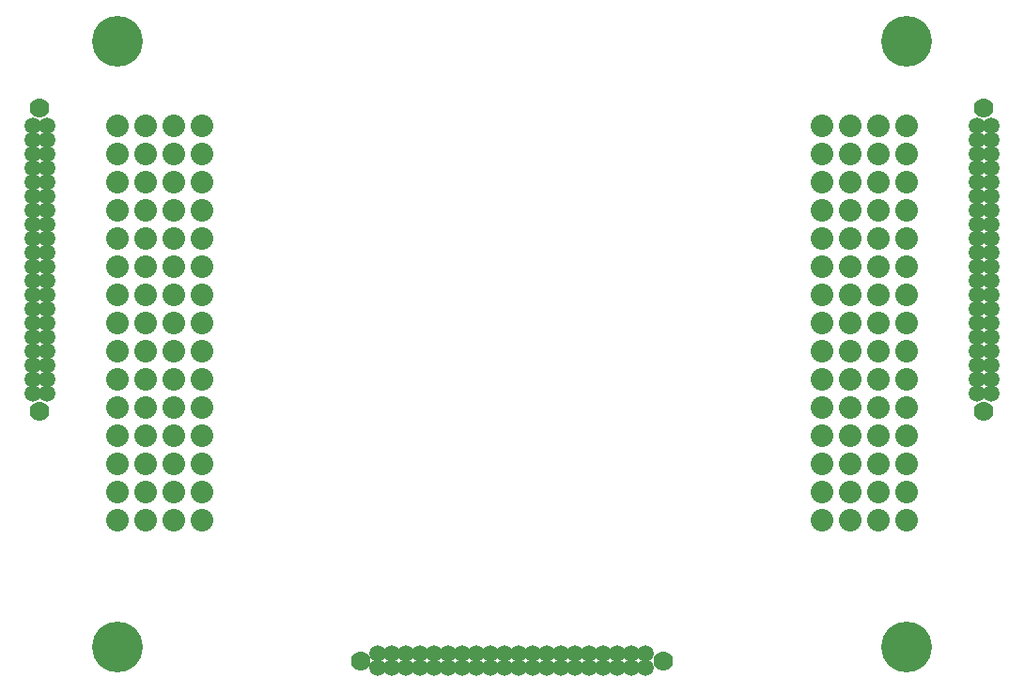
<source format=gts>
G04 (created by PCBNEW (2013-03-31 BZR 4008)-stable) date 11/07/2013 1:56:24 PM*
%MOIN*%
G04 Gerber Fmt 3.4, Leading zero omitted, Abs format*
%FSLAX34Y34*%
G01*
G70*
G90*
G04 APERTURE LIST*
%ADD10C,2.3622e-006*%
%ADD11C,0.18*%
%ADD12C,0.07*%
%ADD13C,0.0594*%
%ADD14C,0.08*%
G04 APERTURE END LIST*
G54D10*
G54D11*
X16000Y-35500D03*
X44000Y-35500D03*
X16000Y-14000D03*
X44000Y-14000D03*
G54D12*
X13250Y-27125D03*
X13250Y-16375D03*
G54D13*
X13500Y-26000D03*
X13500Y-26500D03*
X13000Y-26500D03*
X13000Y-26000D03*
X13000Y-24500D03*
X13000Y-24000D03*
X13000Y-25000D03*
X13000Y-25500D03*
X13500Y-25500D03*
X13500Y-25000D03*
X13500Y-24000D03*
X13500Y-24500D03*
X13000Y-19000D03*
X13000Y-18500D03*
X13000Y-17500D03*
X13000Y-18000D03*
X13500Y-18000D03*
X13500Y-17500D03*
X13500Y-18500D03*
X13500Y-19000D03*
X13500Y-17000D03*
X13000Y-17000D03*
X13000Y-19500D03*
X13500Y-19500D03*
X13500Y-22500D03*
X13500Y-22000D03*
X13500Y-23000D03*
X13500Y-23500D03*
X13500Y-21500D03*
X13500Y-21000D03*
X13500Y-20000D03*
X13500Y-20500D03*
X13000Y-20500D03*
X13000Y-20000D03*
X13000Y-21000D03*
X13000Y-21500D03*
X13000Y-23500D03*
X13000Y-23000D03*
X13000Y-22000D03*
X13000Y-22500D03*
G54D12*
X46750Y-16375D03*
X46750Y-27125D03*
G54D13*
X46500Y-17500D03*
X46500Y-17000D03*
X47000Y-17000D03*
X47000Y-17500D03*
X47000Y-19000D03*
X47000Y-19500D03*
X47000Y-18500D03*
X47000Y-18000D03*
X46500Y-18000D03*
X46500Y-18500D03*
X46500Y-19500D03*
X46500Y-19000D03*
X47000Y-24500D03*
X47000Y-25000D03*
X47000Y-26000D03*
X47000Y-25500D03*
X46500Y-25500D03*
X46500Y-26000D03*
X46500Y-25000D03*
X46500Y-24500D03*
X46500Y-26500D03*
X47000Y-26500D03*
X47000Y-24000D03*
X46500Y-24000D03*
X46500Y-21000D03*
X46500Y-21500D03*
X46500Y-20500D03*
X46500Y-20000D03*
X46500Y-22000D03*
X46500Y-22500D03*
X46500Y-23500D03*
X46500Y-23000D03*
X47000Y-23000D03*
X47000Y-23500D03*
X47000Y-22500D03*
X47000Y-22000D03*
X47000Y-20000D03*
X47000Y-20500D03*
X47000Y-21500D03*
X47000Y-21000D03*
G54D12*
X35375Y-36000D03*
X24625Y-36000D03*
G54D13*
X34250Y-35750D03*
X34750Y-35750D03*
X34750Y-36250D03*
X34250Y-36250D03*
X32750Y-36250D03*
X32250Y-36250D03*
X33250Y-36250D03*
X33750Y-36250D03*
X33750Y-35750D03*
X33250Y-35750D03*
X32250Y-35750D03*
X32750Y-35750D03*
X27250Y-36250D03*
X26750Y-36250D03*
X25750Y-36250D03*
X26250Y-36250D03*
X26250Y-35750D03*
X25750Y-35750D03*
X26750Y-35750D03*
X27250Y-35750D03*
X25250Y-35750D03*
X25250Y-36250D03*
X27750Y-36250D03*
X27750Y-35750D03*
X30750Y-35750D03*
X30250Y-35750D03*
X31250Y-35750D03*
X31750Y-35750D03*
X29750Y-35750D03*
X29250Y-35750D03*
X28250Y-35750D03*
X28750Y-35750D03*
X28750Y-36250D03*
X28250Y-36250D03*
X29250Y-36250D03*
X29750Y-36250D03*
X31750Y-36250D03*
X31250Y-36250D03*
X30250Y-36250D03*
X30750Y-36250D03*
G54D14*
X41000Y-17000D03*
X42000Y-17000D03*
X43000Y-17000D03*
X44000Y-17000D03*
X41000Y-18000D03*
X42000Y-18000D03*
X43000Y-18000D03*
X44000Y-18000D03*
X41000Y-19000D03*
X42000Y-19000D03*
X43000Y-19000D03*
X44000Y-19000D03*
X41000Y-20000D03*
X42000Y-20000D03*
X43000Y-20000D03*
X44000Y-20000D03*
X41000Y-21000D03*
X42000Y-21000D03*
X43000Y-21000D03*
X44000Y-21000D03*
X41000Y-22000D03*
X42000Y-22000D03*
X43000Y-22000D03*
X44000Y-22000D03*
X41000Y-23000D03*
X42000Y-23000D03*
X43000Y-23000D03*
X44000Y-23000D03*
X41000Y-24000D03*
X42000Y-24000D03*
X43000Y-24000D03*
X44000Y-24000D03*
X41000Y-25000D03*
X42000Y-25000D03*
X43000Y-25000D03*
X44000Y-25000D03*
X41000Y-26000D03*
X42000Y-26000D03*
X43000Y-26000D03*
X44000Y-26000D03*
X41000Y-27000D03*
X42000Y-27000D03*
X43000Y-27000D03*
X44000Y-27000D03*
X41000Y-28000D03*
X42000Y-28000D03*
X43000Y-28000D03*
X44000Y-28000D03*
X41000Y-29000D03*
X42000Y-29000D03*
X43000Y-29000D03*
X44000Y-29000D03*
X41000Y-30000D03*
X42000Y-30000D03*
X43000Y-30000D03*
X44000Y-30000D03*
X41000Y-31000D03*
X42000Y-31000D03*
X43000Y-31000D03*
X44000Y-31000D03*
X16000Y-31000D03*
X17000Y-31000D03*
X18000Y-31000D03*
X19000Y-31000D03*
X16000Y-30000D03*
X17000Y-30000D03*
X18000Y-30000D03*
X19000Y-30000D03*
X16000Y-29000D03*
X17000Y-29000D03*
X18000Y-29000D03*
X19000Y-29000D03*
X16000Y-28000D03*
X17000Y-28000D03*
X18000Y-28000D03*
X19000Y-28000D03*
X16000Y-27000D03*
X17000Y-27000D03*
X18000Y-27000D03*
X19000Y-27000D03*
X16000Y-26000D03*
X17000Y-26000D03*
X18000Y-26000D03*
X19000Y-26000D03*
X16000Y-25000D03*
X17000Y-25000D03*
X18000Y-25000D03*
X19000Y-25000D03*
X16000Y-24000D03*
X17000Y-24000D03*
X18000Y-24000D03*
X19000Y-24000D03*
X16000Y-23000D03*
X17000Y-23000D03*
X18000Y-23000D03*
X19000Y-23000D03*
X16000Y-22000D03*
X17000Y-22000D03*
X18000Y-22000D03*
X19000Y-22000D03*
X16000Y-21000D03*
X17000Y-21000D03*
X18000Y-21000D03*
X19000Y-21000D03*
X16000Y-20000D03*
X17000Y-20000D03*
X18000Y-20000D03*
X19000Y-20000D03*
X16000Y-19000D03*
X17000Y-19000D03*
X18000Y-19000D03*
X19000Y-19000D03*
X16000Y-18000D03*
X17000Y-18000D03*
X18000Y-18000D03*
X19000Y-18000D03*
X16000Y-17000D03*
X17000Y-17000D03*
X18000Y-17000D03*
X19000Y-17000D03*
M02*

</source>
